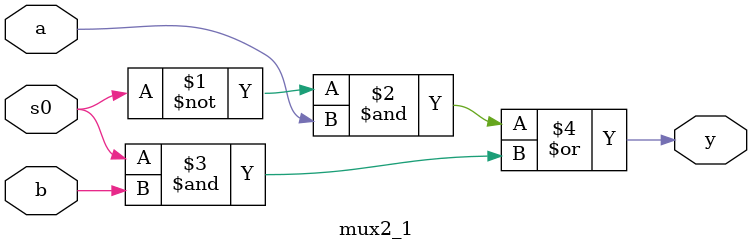
<source format=v>
module mux2_1(y,a,b,s0);
    input a,b,s0;
    output y;
    assign y = (~s0&a) | (s0&b);
endmodule


</source>
